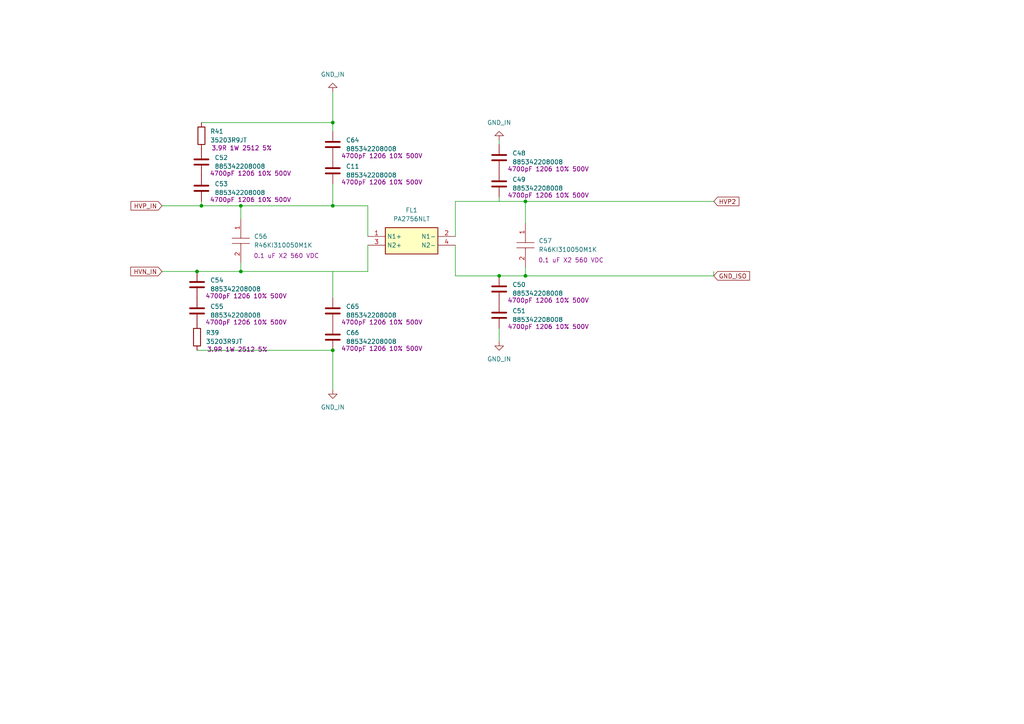
<source format=kicad_sch>
(kicad_sch (version 20250114) (generator "eeschema") (generator_version "9.0")
  (paper "A4")
  (lib_symbols
    (symbol "Device:C" (pin_numbers (hide yes)) (pin_names (offset 0.254))
      (property "Reference" "C" (at 0.635 2.54 0))
      (property "Value" "C" (at 0.635 -2.54 0))
      (symbol "C_0_1"
        (polyline (pts (xy -2.032 0.762) (xy 2.032 0.762)) (stroke (width 0.508)))
        (polyline (pts (xy -2.032 -0.762) (xy 2.032 -0.762)) (stroke (width 0.508)))
      )
      (symbol "C_1_1"
        (pin passive line (at 0 3.81 270) (length 2.794) (name "~") (number "1"))
        (pin passive line (at 0 -3.81 90) (length 2.794) (name "~") (number "2"))
      )
    )
    (symbol "Device:R" (pin_numbers (hide yes)) (pin_names (offset 0))
      (property "Reference" "R" (at 2.032 0 90))
      (property "Value" "R" (at 0 0 90))
      (symbol "R_0_1"
        (rectangle (start -1.016 -2.54) (end 1.016 2.54) (stroke (width 0.254)))
      )
      (symbol "R_1_1"
        (pin passive line (at 0 3.81 270) (length 1.27) (name "~") (number "1"))
        (pin passive line (at 0 -3.81 90) (length 1.27) (name "~") (number "2"))
      )
    )
    (symbol "PA2756NLT:PA2756NLT"
      (property "Reference" "FL" (at 21.59 7.62 0))
      (property "Value" "PA2756NLT" (at 21.59 5.08 0))
      (symbol "PA2756NLT_1_1"
        (rectangle (start 5.08 2.54) (end 20.32 -5.08) (stroke (width 0.254)) (fill (type background)))
        (pin passive line (at 0 0 0) (length 5.08) (name "N1+") (number "1"))
        (pin passive line (at 0 -2.54 0) (length 5.08) (name "N2+") (number "3"))
        (pin passive line (at 25.4 0 180) (length 5.08) (name "N1-") (number "2"))
        (pin passive line (at 25.4 -2.54 180) (length 5.08) (name "N2-") (number "4"))
      )
    )
    (symbol "R46KI310050M1K:R46KI310050M1K" (pin_names (offset 0.762))
      (property "Reference" "C" (at 8.89 6.35 0))
      (property "Value" "R46KI310050M1K" (at 8.89 3.81 0))
      (symbol "R46KI310050M1K_0_0"
        (pin passive line (at 0 0 0) (length 5.08) (name "~") (number "1"))
        (pin passive line (at 12.7 0 180) (length 5.08) (name "~") (number "2"))
      )
      (symbol "R46KI310050M1K_0_1"
        (polyline (pts (xy 5.08 0) (xy 5.588 0)) (stroke (width 0.1524)))
        (polyline (pts (xy 5.588 2.54) (xy 5.588 -2.54)) (stroke (width 0.1524)))
        (polyline (pts (xy 7.112 2.54) (xy 7.112 -2.54)) (stroke (width 0.1524)))
        (polyline (pts (xy 7.112 0) (xy 7.62 0)) (stroke (width 0.1524)))
      )
    )
    (symbol "power:GND2" (power) (pin_numbers (hide yes)) (pin_names (offset 0) (hide yes))
      (property "Value" "GND2" (at 0 -3.81 0))
      (symbol "GND2_0_1"
        (polyline (pts (xy 0 0) (xy 0 -1.27) (xy 1.27 -1.27) (xy 0 -2.54) (xy -1.27 -1.27) (xy 0 -1.27)))
      )
      (symbol "GND2_1_1"
        (pin power_in line (at 0 0 270) (length 0) (name "~") (number "1"))
      )
    )
  )
  (junction (at 96.52 59.69))
  (junction (at 96.52 35.56))
  (junction (at 152.4 80.01))
  (junction (at 152.4 58.42))
  (junction (at 96.52 101.6))
  (junction (at 69.85 78.74))
  (junction (at 144.78 80.01))
  (junction (at 58.42 59.69))
  (junction (at 69.85 59.69))
  (junction (at 57.15 78.74))
  (wire (pts (xy 152.4 77.47) (xy 152.4 80.01)))
  (wire (pts (xy 69.85 76.2) (xy 69.85 78.74)))
  (wire (pts (xy 106.68 71.12) (xy 106.68 78.74)))
  (wire (pts (xy 144.78 57.15) (xy 144.78 58.42)))
  (wire (pts (xy 96.52 101.6) (xy 96.52 113.03)))
  (wire (pts (xy 132.08 58.42) (xy 152.4 58.42)))
  (wire (pts (xy 152.4 58.42) (xy 152.4 64.77)))
  (wire (pts (xy 96.52 35.56) (xy 96.52 38.1)))
  (wire (pts (xy 58.42 59.69) (xy 69.85 59.69)))
  (wire (pts (xy 69.85 59.69) (xy 69.85 63.5)))
  (wire (pts (xy 96.52 59.69) (xy 106.68 59.69)))
  (wire (pts (xy 207.01 80.01) (xy 207.01 78.74)))
  (wire (pts (xy 132.08 71.12) (xy 132.08 80.01)))
  (wire (pts (xy 58.42 35.56) (xy 96.52 35.56)))
  (wire (pts (xy 57.15 78.74) (xy 69.85 78.74)))
  (wire (pts (xy 46.99 59.69) (xy 58.42 59.69)))
  (wire (pts (xy 144.78 40.64) (xy 144.78 41.91)))
  (wire (pts (xy 144.78 95.25) (xy 144.78 99.06)))
  (wire (pts (xy 132.08 80.01) (xy 144.78 80.01)))
  (wire (pts (xy 106.68 59.69) (xy 106.68 68.58)))
  (wire (pts (xy 96.52 26.67) (xy 96.52 35.56)))
  (wire (pts (xy 132.08 68.58) (xy 132.08 58.42)))
  (wire (pts (xy 46.99 78.74) (xy 57.15 78.74)))
  (wire (pts (xy 152.4 80.01) (xy 207.01 80.01)))
  (wire (pts (xy 96.52 53.34) (xy 96.52 59.69)))
  (wire (pts (xy 144.78 80.01) (xy 152.4 80.01)))
  (wire (pts (xy 152.4 58.42) (xy 207.01 58.42)))
  (wire (pts (xy 69.85 59.69) (xy 96.52 59.69)))
  (wire (pts (xy 69.85 78.74) (xy 106.68 78.74)))
  (wire (pts (xy 58.42 58.42) (xy 58.42 59.69)))
  (wire (pts (xy 96.52 78.74) (xy 96.52 86.36)))
  (wire (pts (xy 57.15 101.6) (xy 96.52 101.6)))
  (global_label "HVN_IN" (shape input) (at 46.99 78.74 180) (property "Intersheetrefs" "${INTERSHEET_REFS}" (effects (hide yes))))
  (global_label "HVP2" (shape input) (at 207.01 58.42 0) (property "Intersheetrefs" "${INTERSHEET_REFS}" (effects (hide yes))))
  (global_label "HVP_IN" (shape input) (at 46.99 59.69 180) (property "Intersheetrefs" "${INTERSHEET_REFS}" (effects (hide yes))))
  (global_label "GND_ISO" (shape input) (at 207.01 80.01 0) (property "Intersheetrefs" "${INTERSHEET_REFS}" (effects (hide yes))))
  (symbol (lib_id "Device:C") (at 57.15 90.17 0) (unit 1)
    (property "Reference" "C55" (at 60.96 88.8999 0) (effects (justify left)))
    (property "Value" "885342208008" (at 60.96 91.4399 0) (effects (justify left)))
    (property "Footprint" "Capacitor_SMD:C_1206_3216Metric" (effects (hide yes)))
    (property "Datasheet" "https://www.we-online.com/components/products/datasheet/885342208008.pdf" (effects (hide yes)))
    (property "Description" "Unpolarized capacitor" (effects (hide yes)))
    (property "Value2" "4700pF 1206 10% 500V " (at 71.882 93.472 0))
  )
  (symbol (lib_id "power:GND2") (at 144.78 40.64 0) (mirror x) (unit 1)
    (property "Reference" "#PWR048" (effects (hide yes)))
    (property "Value" "GND_IN" (at 144.78 35.56 0))
    (property "Description" "Power symbol creates a global label with name \"GND2\" , ground" (effects (hide yes)))
  )
  (symbol (lib_id "Device:C") (at 58.42 46.99 0) (unit 1)
    (property "Reference" "C52" (at 62.23 45.7199 0) (effects (justify left)))
    (property "Value" "885342208008" (at 62.23 48.2599 0) (effects (justify left)))
    (property "Footprint" "Capacitor_SMD:C_1206_3216Metric" (effects (hide yes)))
    (property "Datasheet" "https://www.we-online.com/components/products/datasheet/885342208008.pdf" (effects (hide yes)))
    (property "Description" "Unpolarized capacitor" (effects (hide yes)))
    (property "Value2" "4700pF 1206 10% 500V " (at 73.152 50.292 0))
  )
  (symbol (lib_id "Device:C") (at 144.78 91.44 0) (unit 1)
    (property "Reference" "C51" (at 148.59 90.1699 0) (effects (justify left)))
    (property "Value" "885342208008" (at 148.59 92.7099 0) (effects (justify left)))
    (property "Footprint" "Capacitor_SMD:C_1206_3216Metric" (effects (hide yes)))
    (property "Datasheet" "https://www.we-online.com/components/products/datasheet/885342208008.pdf" (effects (hide yes)))
    (property "Description" "Unpolarized capacitor" (effects (hide yes)))
    (property "Value2" "4700pF 1206 10% 500V " (at 159.512 94.742 0))
  )
  (symbol (lib_id "Device:C") (at 144.78 83.82 0) (unit 1)
    (property "Reference" "C50" (at 148.59 82.5499 0) (effects (justify left)))
    (property "Value" "885342208008" (at 148.59 85.0899 0) (effects (justify left)))
    (property "Footprint" "Capacitor_SMD:C_1206_3216Metric" (effects (hide yes)))
    (property "Datasheet" "https://www.we-online.com/components/products/datasheet/885342208008.pdf" (effects (hide yes)))
    (property "Description" "Unpolarized capacitor" (effects (hide yes)))
    (property "Value2" "4700pF 1206 10% 500V " (at 159.512 87.122 0))
  )
  (symbol (lib_id "Device:C") (at 96.52 97.79 0) (unit 1)
    (property "Reference" "C66" (at 100.33 96.5199 0) (effects (justify left)))
    (property "Value" "885342208008" (at 100.33 99.0599 0) (effects (justify left)))
    (property "Footprint" "Capacitor_SMD:C_1206_3216Metric" (effects (hide yes)))
    (property "Datasheet" "https://www.we-online.com/components/products/datasheet/885342208008.pdf" (effects (hide yes)))
    (property "Description" "Unpolarized capacitor" (effects (hide yes)))
    (property "Value2" "4700pF 1206 10% 500V " (at 111.252 101.092 0))
  )
  (symbol (lib_id "Device:C") (at 96.52 49.53 0) (unit 1)
    (property "Reference" "C11" (at 100.33 48.2599 0) (effects (justify left)))
    (property "Value" "885342208008" (at 100.33 50.7999 0) (effects (justify left)))
    (property "Footprint" "Capacitor_SMD:C_1206_3216Metric" (effects (hide yes)))
    (property "Datasheet" "https://www.we-online.com/components/products/datasheet/885342208008.pdf" (effects (hide yes)))
    (property "Description" "Unpolarized capacitor" (effects (hide yes)))
    (property "Value2" "4700pF 1206 10% 500V " (at 111.252 52.832 0))
  )
  (symbol (lib_id "power:GND2") (at 96.52 113.03 0) (unit 1)
    (property "Reference" "#PWR044" (effects (hide yes)))
    (property "Value" "GND_IN" (at 96.52 118.11 0))
    (property "Description" "Power symbol creates a global label with name \"GND2\" , ground" (effects (hide yes)))
  )
  (symbol (lib_id "power:GND2") (at 96.52 26.67 0) (mirror x) (unit 1)
    (property "Reference" "#PWR047" (effects (hide yes)))
    (property "Value" "GND_IN" (at 96.52 21.59 0))
    (property "Description" "Power symbol creates a global label with name \"GND2\" , ground" (effects (hide yes)))
  )
  (symbol (lib_id "R46KI310050M1K:R46KI310050M1K") (at 152.4 64.77 270) (unit 1)
    (property "Reference" "C57" (at 156.21 69.8499 90) (effects (justify left)))
    (property "Value" "R46KI310050M1K" (at 156.21 72.3899 90) (effects (justify left)))
    (property "Footprint" "R46KI310050M1K:R46KI310050M1K" (effects (hide yes)))
    (property "Datasheet" "https://search.kemet.com/component-documentation/download/specsheet/R46KI310050M1K" (effects (hide yes)))
    (property "Description" "R46 275 VAC, Film, Metallized Polypropylene, Safety, 0.1 uF, 10%, 275 VAC (X2), 560 VDC, 110C, 15mm" (effects (hide yes)))
    (property "Description_1" "R46 275 VAC, Film, Metallized Polypropylene, Safety, 0.1 uF, 10%, 275 VAC (X2), 560 VDC, 110C, 15mm" (effects (hide yes)))
    (property "Height" "11.1" (effects (hide yes)))
    (property "Mouser Part Number" "80-R46KI310050M1K" (effects (hide yes)))
    (property "Mouser Price/Stock" "https://www.mouser.co.uk/ProductDetail/KEMET/R46KI310050M1K/?qs=D0iH%252BVFiYPMp3c4CZzIXlA%3D%3D" (effects (hide yes)))
    (property "Manufacturer_Name" "KEMET" (effects (hide yes)))
    (property "Manufacturer_Part_Number" "R46KI310050M1K" (effects (hide yes)))
    (property "Value2" "0.1 uF X2 560 VDC" (at 165.608 75.438 90))
  )
  (symbol (lib_id "Device:C") (at 58.42 54.61 0) (unit 1)
    (property "Reference" "C53" (at 62.23 53.3399 0) (effects (justify left)))
    (property "Value" "885342208008" (at 62.23 55.8799 0) (effects (justify left)))
    (property "Footprint" "Capacitor_SMD:C_1206_3216Metric" (effects (hide yes)))
    (property "Datasheet" "https://www.we-online.com/components/products/datasheet/885342208008.pdf" (effects (hide yes)))
    (property "Description" "Unpolarized capacitor" (effects (hide yes)))
    (property "Value2" "4700pF 1206 10% 500V " (at 73.152 57.912 0))
  )
  (symbol (lib_id "power:GND2") (at 144.78 99.06 0) (unit 1)
    (property "Reference" "#PWR046" (effects (hide yes)))
    (property "Value" "GND_IN" (at 144.78 104.14 0))
    (property "Description" "Power symbol creates a global label with name \"GND2\" , ground" (effects (hide yes)))
  )
  (symbol (lib_id "Device:C") (at 96.52 90.17 0) (unit 1)
    (property "Reference" "C65" (at 100.33 88.8999 0) (effects (justify left)))
    (property "Value" "885342208008" (at 100.33 91.4399 0) (effects (justify left)))
    (property "Footprint" "Capacitor_SMD:C_1206_3216Metric" (effects (hide yes)))
    (property "Datasheet" "https://www.we-online.com/components/products/datasheet/885342208008.pdf" (effects (hide yes)))
    (property "Description" "Unpolarized capacitor" (effects (hide yes)))
    (property "Value2" "4700pF 1206 10% 500V " (at 111.252 93.472 0))
  )
  (symbol (lib_id "Device:C") (at 144.78 45.72 0) (unit 1)
    (property "Reference" "C48" (at 148.59 44.4499 0) (effects (justify left)))
    (property "Value" "885342208008" (at 148.59 46.9899 0) (effects (justify left)))
    (property "Footprint" "Capacitor_SMD:C_1206_3216Metric" (effects (hide yes)))
    (property "Datasheet" "https://www.we-online.com/components/products/datasheet/885342208008.pdf" (effects (hide yes)))
    (property "Description" "Unpolarized capacitor" (effects (hide yes)))
    (property "Value2" "4700pF 1206 10% 500V " (at 159.512 49.022 0))
  )
  (symbol (lib_id "PA2756NLT:PA2756NLT") (at 106.68 68.58 0) (unit 1)
    (property "Reference" "FL1" (at 119.38 60.96 0))
    (property "Value" "PA2756NLT" (at 119.38 63.5 0))
    (property "Footprint" "PA2756NLT:PA2756NLT" (effects (hide yes)))
    (property "Description" "Common Mode Chokes / Filters 484 UH 8A" (effects (hide yes)))
    (property "Height" "9.91" (effects (hide yes)))
    (property "Mouser Part Number" "673-PA2756NLT" (effects (hide yes)))
    (property "Mouser Price/Stock" "https://www.mouser.co.uk/ProductDetail/Pulse-Electronics/PA2756NLT?qs=EU6FO9ffTwfuV3zHiQJj4A%3D%3D" (effects (hide yes)))
    (property "Manufacturer_Name" "PULSE" (effects (hide yes)))
    (property "Manufacturer_Part_Number" "PA2756NLT" (effects (hide yes)))
  )
  (symbol (lib_id "R46KI310050M1K:R46KI310050M1K") (at 69.85 63.5 270) (unit 1)
    (property "Reference" "C56" (at 73.66 68.5799 90) (effects (justify left)))
    (property "Value" "R46KI310050M1K" (at 73.66 71.1199 90) (effects (justify left)))
    (property "Footprint" "R46KI310050M1K:R46KI310050M1K" (effects (hide yes)))
    (property "Datasheet" "https://search.kemet.com/component-documentation/download/specsheet/R46KI310050M1K" (effects (hide yes)))
    (property "Description" "R46 275 VAC, Film, Metallized Polypropylene, Safety, 0.1 uF, 10%, 275 VAC (X2), 560 VDC, 110C, 15mm" (effects (hide yes)))
    (property "Description_1" "R46 275 VAC, Film, Metallized Polypropylene, Safety, 0.1 uF, 10%, 275 VAC (X2), 560 VDC, 110C, 15mm" (effects (hide yes)))
    (property "Height" "11.1" (effects (hide yes)))
    (property "Mouser Part Number" "80-R46KI310050M1K" (effects (hide yes)))
    (property "Mouser Price/Stock" "https://www.mouser.co.uk/ProductDetail/KEMET/R46KI310050M1K/?qs=D0iH%252BVFiYPMp3c4CZzIXlA%3D%3D" (effects (hide yes)))
    (property "Manufacturer_Name" "KEMET" (effects (hide yes)))
    (property "Manufacturer_Part_Number" "R46KI310050M1K" (effects (hide yes)))
    (property "Value2" "0.1 uF X2 560 VDC" (at 83.058 74.168 90))
  )
  (symbol (lib_id "Device:R") (at 57.15 97.79 0) (unit 1)
    (property "Reference" "R39" (at 59.69 96.5199 0) (effects (justify left)))
    (property "Value" "35203R9JT" (at 59.69 99.0599 0) (effects (justify left)))
    (property "Footprint" "Resistor_SMD:R_2512_6332Metric" (effects (hide yes)))
    (property "Description" "Resistor" (effects (hide yes)))
    (property "Value2" "3.9R 1W 2512 5%" (at 68.834 101.346 0))
  )
  (symbol (lib_id "Device:C") (at 57.15 82.55 0) (unit 1)
    (property "Reference" "C54" (at 60.96 81.2799 0) (effects (justify left)))
    (property "Value" "885342208008" (at 60.96 83.8199 0) (effects (justify left)))
    (property "Footprint" "Capacitor_SMD:C_1206_3216Metric" (effects (hide yes)))
    (property "Datasheet" "https://www.we-online.com/components/products/datasheet/885342208008.pdf" (effects (hide yes)))
    (property "Description" "Unpolarized capacitor" (effects (hide yes)))
    (property "Value2" "4700pF 1206 10% 500V " (at 71.882 85.852 0))
  )
  (symbol (lib_id "Device:R") (at 58.42 39.37 0) (unit 1)
    (property "Reference" "R41" (at 60.96 38.0999 0) (effects (justify left)))
    (property "Value" "35203R9JT" (at 60.96 40.6399 0) (effects (justify left)))
    (property "Footprint" "Resistor_SMD:R_2512_6332Metric" (effects (hide yes)))
    (property "Description" "Resistor" (effects (hide yes)))
    (property "Value2" "3.9R 1W 2512 5%" (at 70.104 42.926 0))
  )
  (symbol (lib_id "Device:C") (at 96.52 41.91 0) (unit 1)
    (property "Reference" "C64" (at 100.33 40.6399 0) (effects (justify left)))
    (property "Value" "885342208008" (at 100.33 43.1799 0) (effects (justify left)))
    (property "Footprint" "Capacitor_SMD:C_1206_3216Metric" (effects (hide yes)))
    (property "Datasheet" "https://www.we-online.com/components/products/datasheet/885342208008.pdf" (effects (hide yes)))
    (property "Description" "Unpolarized capacitor" (effects (hide yes)))
    (property "Value2" "4700pF 1206 10% 500V " (at 111.252 45.212 0))
  )
  (symbol (lib_id "Device:C") (at 144.78 53.34 0) (unit 1)
    (property "Reference" "C49" (at 148.59 52.0699 0) (effects (justify left)))
    (property "Value" "885342208008" (at 148.59 54.6099 0) (effects (justify left)))
    (property "Footprint" "Capacitor_SMD:C_1206_3216Metric" (effects (hide yes)))
    (property "Datasheet" "https://www.we-online.com/components/products/datasheet/885342208008.pdf" (effects (hide yes)))
    (property "Description" "Unpolarized capacitor" (effects (hide yes)))
    (property "Value2" "4700pF 1206 10% 500V " (at 159.512 56.642 0))
  )
)
</source>
